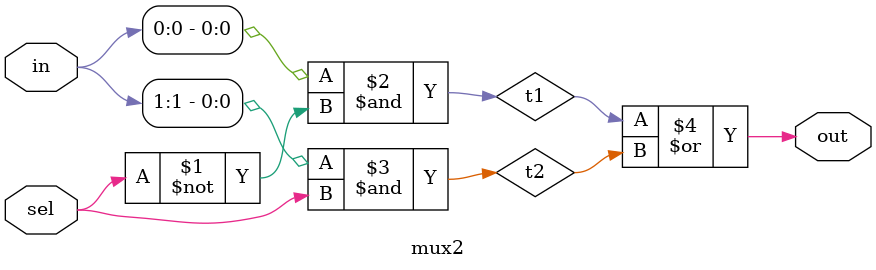
<source format=v>
module mux16(in, sel,out);
    input [15:0] in;
    input [3:0] sel;
    output out;
    wire [3:0] t;


    //assign out = in[sel];
    mux4 m1(in[15:12], sel[1:0],t[3]);
    mux4 m2(in[11:8], sel[1:0], t[2]);
    mux4 m3(in[7:4], sel[1:0], t[1]);
    mux4 m4(in[3:0], sel[1:0], t[0]);
    mux4 m5(t, sel[3:2],out);  
endmodule    

module mux4(in, sel,out);
    input [3:0] in;
    input [1:0] sel;
    output out;
    wire [1:0] m;
    
    //assign out = in[sel];
    mux2 m6(in[3:2], sel[0], m[1]);
    mux2 m7(in[1:0], sel[0], m[0]);
    mux2 m8(m, sel[1], out);
    
endmodule  

module mux2(in, sel,out);
    input [1:0] in;
    input sel;
    output out;
    wire t1,t2;

    and g1(t1,in[0],~sel),
        g2(t2,in[1],sel);
    or g3(out,t1,t2);    

endmodule 



</source>
